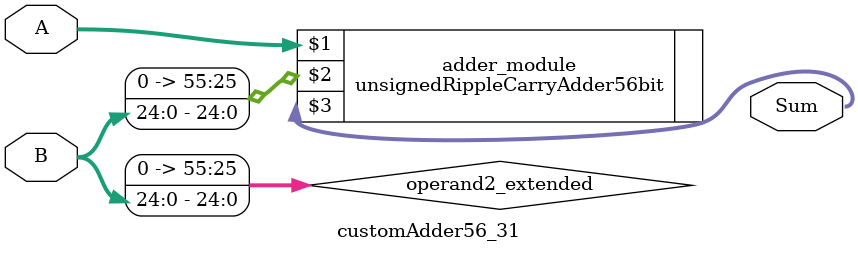
<source format=v>
module customAdder56_31(
                        input [55 : 0] A,
                        input [24 : 0] B,
                        
                        output [56 : 0] Sum
                );

        wire [55 : 0] operand2_extended;
        
        assign operand2_extended =  {31'b0, B};
        
        unsignedRippleCarryAdder56bit adder_module(
            A,
            operand2_extended,
            Sum
        );
        
        endmodule
        
</source>
